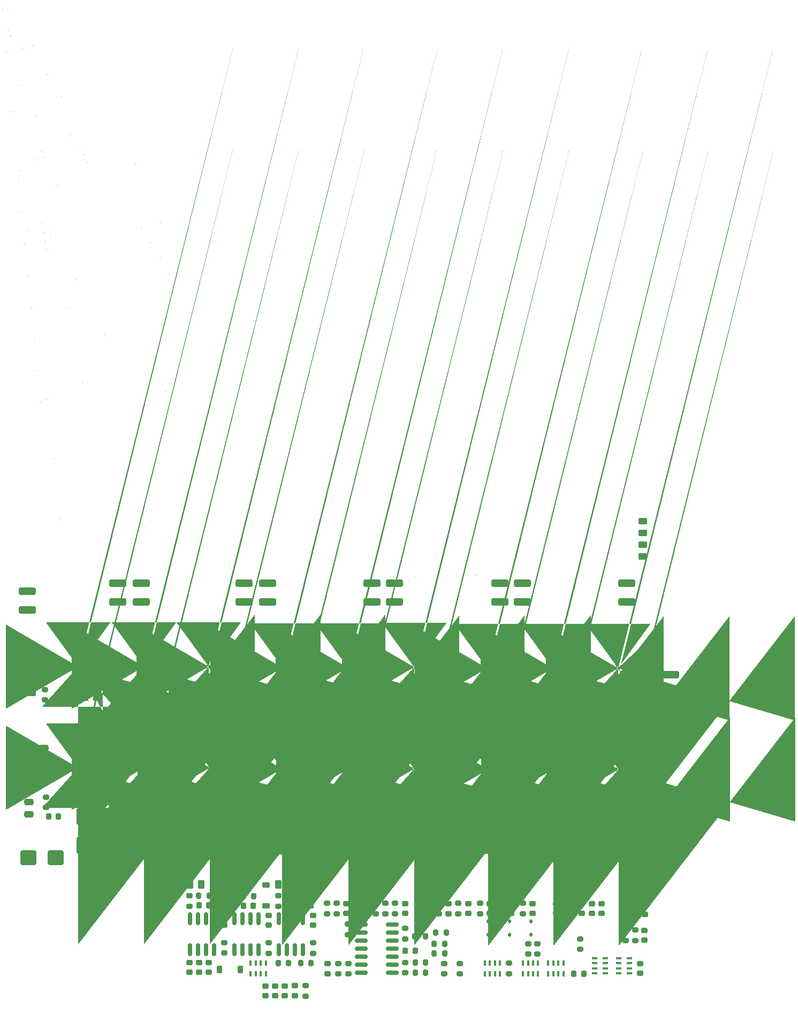
<source format=gbr>
%TF.GenerationSoftware,KiCad,Pcbnew,7.0.2-0*%
%TF.CreationDate,2023-08-29T20:24:27-04:00*%
%TF.ProjectId,MP2_DFN,4d50325f-4446-44e2-9e6b-696361645f70,rev?*%
%TF.SameCoordinates,Original*%
%TF.FileFunction,Paste,Top*%
%TF.FilePolarity,Positive*%
%FSLAX46Y46*%
G04 Gerber Fmt 4.6, Leading zero omitted, Abs format (unit mm)*
G04 Created by KiCad (PCBNEW 7.0.2-0) date 2023-08-29 20:24:27*
%MOMM*%
%LPD*%
G01*
G04 APERTURE LIST*
G04 Aperture macros list*
%AMRoundRect*
0 Rectangle with rounded corners*
0 $1 Rounding radius*
0 $2 $3 $4 $5 $6 $7 $8 $9 X,Y pos of 4 corners*
0 Add a 4 corners polygon primitive as box body*
4,1,4,$2,$3,$4,$5,$6,$7,$8,$9,$2,$3,0*
0 Add four circle primitives for the rounded corners*
1,1,$1+$1,$2,$3*
1,1,$1+$1,$4,$5*
1,1,$1+$1,$6,$7*
1,1,$1+$1,$8,$9*
0 Add four rect primitives between the rounded corners*
20,1,$1+$1,$2,$3,$4,$5,0*
20,1,$1+$1,$4,$5,$6,$7,0*
20,1,$1+$1,$6,$7,$8,$9,0*
20,1,$1+$1,$8,$9,$2,$3,0*%
%AMFreePoly0*
4,1,141,3.900040,3.725000,3.915082,3.720106,3.930902,3.720106,3.943732,3.710784,3.958812,3.705878,3.968104,3.693076,3.980902,3.683779,3.985802,3.668696,3.995118,3.655864,3.995111,3.640045,4.000000,3.625000,4.000000,2.375000,3.995106,2.359937,3.995106,2.344098,3.985796,2.331284,3.980902,2.316221,3.968088,2.306911,3.958779,2.294098,3.943715,2.289203,3.930902,2.279894,
3.915063,2.279894,3.900000,2.275000,2.850000,2.275000,2.850000,1.725000,3.900000,1.725000,3.915063,1.720106,3.930902,1.720106,3.943715,1.710796,3.958779,1.705902,3.968088,1.693088,3.980902,1.683779,3.985796,1.668715,3.995106,1.655902,3.995106,1.640062,4.000000,1.625000,4.000000,0.375000,3.995106,0.359937,3.995106,0.344098,3.985796,0.331284,3.980902,0.316221,
3.968088,0.306911,3.958779,0.294098,3.943715,0.289203,3.930902,0.279894,3.915063,0.279894,3.900000,0.275000,2.850000,0.275000,2.850000,-0.275000,3.900000,-0.275000,3.915063,-0.279894,3.930902,-0.279894,3.943715,-0.289203,3.958779,-0.294098,3.968088,-0.306911,3.980902,-0.316221,3.985796,-0.331284,3.995106,-0.344098,3.995106,-0.359937,4.000000,-0.375000,4.000000,-1.625000,
3.995106,-1.640062,3.995106,-1.655902,3.985796,-1.668715,3.980902,-1.683779,3.968088,-1.693088,3.958779,-1.705902,3.943715,-1.710796,3.930902,-1.720106,3.915063,-1.720106,3.900000,-1.725000,2.850000,-1.725000,2.850000,-2.275000,3.900000,-2.275000,3.915063,-2.279894,3.930902,-2.279894,3.943715,-2.289203,3.958779,-2.294098,3.968088,-2.306911,3.980902,-2.316221,3.985796,-2.331284,
3.995106,-2.344098,3.995106,-2.359937,4.000000,-2.375000,4.000000,-3.625000,3.995111,-3.640045,3.995118,-3.655864,3.985802,-3.668696,3.980902,-3.683779,3.968104,-3.693076,3.958812,-3.705878,3.943732,-3.710784,3.930902,-3.720106,3.915082,-3.720106,3.900040,-3.725000,2.660040,-3.725500,2.644957,-3.720606,2.629098,-3.720606,2.616300,-3.711308,2.601254,-3.706426,2.591927,-3.693600,
2.579098,-3.684279,2.574209,-3.669234,2.564906,-3.656440,2.564899,-3.640580,2.560000,-3.625500,2.560000,-3.600490,-2.750009,-3.600000,-2.765067,-3.595106,-2.780902,-3.595106,-2.793719,-3.585793,-2.808786,-3.580897,-2.818091,-3.568086,-2.830902,-3.558779,-2.835797,-3.543711,-2.845109,-3.530893,-2.845107,-3.515058,-2.850000,-3.500000,-2.850000,3.500000,-2.845107,3.515058,-2.845109,3.530893,
-2.835797,3.543711,-2.830902,3.558779,-2.818091,3.568086,-2.808786,3.580897,-2.793719,3.585793,-2.780902,3.595106,-2.765067,3.595106,-2.750009,3.600000,2.560000,3.600490,2.560000,3.625500,2.564899,3.640580,2.564906,3.656440,2.574209,3.669234,2.579098,3.684279,2.591927,3.693600,2.601254,3.706426,2.616300,3.711308,2.629098,3.720606,2.644957,3.720606,2.660040,3.725500,
3.900040,3.725000,3.900040,3.725000,$1*%
G04 Aperture macros list end*
%ADD10RoundRect,0.225000X-0.250000X0.225000X-0.250000X-0.225000X0.250000X-0.225000X0.250000X0.225000X0*%
%ADD11RoundRect,0.225000X-0.375000X0.225000X-0.375000X-0.225000X0.375000X-0.225000X0.375000X0.225000X0*%
%ADD12RoundRect,0.200000X0.275000X-0.200000X0.275000X0.200000X-0.275000X0.200000X-0.275000X-0.200000X0*%
%ADD13RoundRect,0.128750X1.546250X-1.158750X1.546250X1.158750X-1.546250X1.158750X-1.546250X-1.158750X0*%
%ADD14RoundRect,0.250000X-1.100000X0.325000X-1.100000X-0.325000X1.100000X-0.325000X1.100000X0.325000X0*%
%ADD15RoundRect,0.250000X-0.262500X-0.450000X0.262500X-0.450000X0.262500X0.450000X-0.262500X0.450000X0*%
%ADD16RoundRect,0.250000X0.450000X-0.262500X0.450000X0.262500X-0.450000X0.262500X-0.450000X-0.262500X0*%
%ADD17RoundRect,0.112500X0.112500X-0.187500X0.112500X0.187500X-0.112500X0.187500X-0.112500X-0.187500X0*%
%ADD18R,1.250000X1.280000*%
%ADD19FreePoly0,90.000000*%
%ADD20R,0.900000X0.400000*%
%ADD21RoundRect,0.225000X0.250000X-0.225000X0.250000X0.225000X-0.250000X0.225000X-0.250000X-0.225000X0*%
%ADD22RoundRect,0.200000X-0.275000X0.200000X-0.275000X-0.200000X0.275000X-0.200000X0.275000X0.200000X0*%
%ADD23RoundRect,0.200000X-0.200000X-0.275000X0.200000X-0.275000X0.200000X0.275000X-0.200000X0.275000X0*%
%ADD24RoundRect,0.250000X1.100000X-0.325000X1.100000X0.325000X-1.100000X0.325000X-1.100000X-0.325000X0*%
%ADD25RoundRect,0.250000X-0.450000X0.262500X-0.450000X-0.262500X0.450000X-0.262500X0.450000X0.262500X0*%
%ADD26RoundRect,0.225000X-0.225000X-0.250000X0.225000X-0.250000X0.225000X0.250000X-0.225000X0.250000X0*%
%ADD27RoundRect,0.200000X0.200000X0.275000X-0.200000X0.275000X-0.200000X-0.275000X0.200000X-0.275000X0*%
%ADD28R,0.400000X0.900000*%
%ADD29RoundRect,0.225000X0.225000X0.250000X-0.225000X0.250000X-0.225000X-0.250000X0.225000X-0.250000X0*%
%ADD30RoundRect,0.250000X-0.475000X0.250000X-0.475000X-0.250000X0.475000X-0.250000X0.475000X0.250000X0*%
%ADD31RoundRect,0.250000X-1.000000X-0.900000X1.000000X-0.900000X1.000000X0.900000X-1.000000X0.900000X0*%
%ADD32RoundRect,0.225000X0.225000X0.375000X-0.225000X0.375000X-0.225000X-0.375000X0.225000X-0.375000X0*%
%ADD33RoundRect,0.150000X0.825000X0.150000X-0.825000X0.150000X-0.825000X-0.150000X0.825000X-0.150000X0*%
%ADD34RoundRect,0.150000X0.150000X-0.825000X0.150000X0.825000X-0.150000X0.825000X-0.150000X-0.825000X0*%
%ADD35RoundRect,0.218750X-0.256250X0.218750X-0.256250X-0.218750X0.256250X-0.218750X0.256250X0.218750X0*%
G04 APERTURE END LIST*
D10*
%TO.C,C7*%
X101400000Y-101125000D03*
X101400000Y-102675000D03*
%TD*%
D11*
%TO.C,D2*%
X88700000Y-98150000D03*
X88700000Y-101450000D03*
%TD*%
D12*
%TO.C,R33*%
X129400000Y-102725000D03*
X129400000Y-101075000D03*
%TD*%
D10*
%TO.C,C27*%
X89125000Y-102950000D03*
X89125000Y-104500000D03*
%TD*%
D12*
%TO.C,RG11*%
X96621300Y-85531250D03*
X96621300Y-83881250D03*
%TD*%
D13*
%TO.C,SHA2*%
X80271500Y-91885800D03*
X80271500Y-87310800D03*
%TD*%
D14*
%TO.C,CD5*%
X118617000Y-71245400D03*
X118617000Y-74195400D03*
%TD*%
D12*
%TO.C,RG5*%
X64262000Y-85400550D03*
X64262000Y-83750550D03*
%TD*%
D15*
%TO.C,R7*%
X83612500Y-98050000D03*
X85437500Y-98050000D03*
%TD*%
D10*
%TO.C,C18*%
X134600000Y-101125000D03*
X134600000Y-102675000D03*
%TD*%
D16*
%TO.C,R3*%
X148367800Y-42414800D03*
X148367800Y-40589800D03*
%TD*%
D17*
%TO.C,D4*%
X123850000Y-106050000D03*
X123850000Y-103950000D03*
%TD*%
D18*
%TO.C,QA5*%
X76699000Y-68473300D03*
D19*
X79699000Y-63593300D03*
D18*
X78699000Y-68473300D03*
X80699000Y-68473300D03*
X82699000Y-68473300D03*
%TD*%
D20*
%TO.C,RN4*%
X146219000Y-112128260D03*
X146219000Y-111328260D03*
X146219000Y-110528260D03*
X146219000Y-109728260D03*
X144519000Y-109728260D03*
X144519000Y-110528260D03*
X144519000Y-111328260D03*
X144519000Y-112128260D03*
%TD*%
D21*
%TO.C,CGS16*%
X120904000Y-88392000D03*
X120904000Y-86842000D03*
%TD*%
D22*
%TO.C,R36*%
X100150000Y-110575000D03*
X100150000Y-112225000D03*
%TD*%
D18*
%TO.C,QB3*%
X98637500Y-68627200D03*
D19*
X101637500Y-63747200D03*
D18*
X100637500Y-68627200D03*
X102637500Y-68627200D03*
X104637500Y-68627200D03*
%TD*%
D12*
%TO.C,RG13*%
X118293500Y-68605400D03*
X118293500Y-66955400D03*
%TD*%
D21*
%TO.C,C23*%
X127500000Y-102675000D03*
X127500000Y-101125000D03*
%TD*%
%TO.C,CGS17*%
X129032000Y-82423000D03*
X129032000Y-80873000D03*
%TD*%
D12*
%TO.C,RG2*%
X64205000Y-68633800D03*
X64205000Y-66983800D03*
%TD*%
D18*
%TO.C,QC1*%
X120726000Y-68747800D03*
D19*
X123726000Y-63867800D03*
D18*
X122726000Y-68747800D03*
X124726000Y-68747800D03*
X126726000Y-68747800D03*
%TD*%
D10*
%TO.C,C19*%
X148650000Y-101225000D03*
X148650000Y-102775000D03*
%TD*%
D22*
%TO.C,R39*%
X119400000Y-110575000D03*
X119400000Y-112225000D03*
%TD*%
D23*
%TO.C,R20*%
X112325000Y-112050000D03*
X113975000Y-112050000D03*
%TD*%
%TO.C,R23*%
X112275000Y-106300000D03*
X113925000Y-106300000D03*
%TD*%
D24*
%TO.C,CX2*%
X65250000Y-53395200D03*
X65250000Y-50445200D03*
%TD*%
D22*
%TO.C,R37*%
X116900000Y-110575000D03*
X116900000Y-112225000D03*
%TD*%
D10*
%TO.C,CGS4*%
X85900000Y-63625000D03*
X85900000Y-65175000D03*
%TD*%
D25*
%TO.C,RS3*%
X118300000Y-79400000D03*
X118300000Y-81225000D03*
%TD*%
D12*
%TO.C,R17*%
X98400000Y-102725000D03*
X98400000Y-101075000D03*
%TD*%
D18*
%TO.C,QB1*%
X88359300Y-68635000D03*
D19*
X91359300Y-63755000D03*
D18*
X90359300Y-68635000D03*
X92359300Y-68635000D03*
X94359300Y-68635000D03*
%TD*%
D10*
%TO.C,C33*%
X120700000Y-101100000D03*
X120700000Y-102650000D03*
%TD*%
D12*
%TO.C,R35*%
X122600000Y-102725000D03*
X122600000Y-101075000D03*
%TD*%
D26*
%TO.C,CGS10*%
X54325000Y-87300000D03*
X55875000Y-87300000D03*
%TD*%
D21*
%TO.C,CGS12*%
X74600000Y-82100000D03*
X74600000Y-80550000D03*
%TD*%
D18*
%TO.C,QC4*%
X131202600Y-84736400D03*
D19*
X134202600Y-79856400D03*
D18*
X133202600Y-84736400D03*
X135202600Y-84736400D03*
X137202600Y-84736400D03*
%TD*%
D12*
%TO.C,R27*%
X99900000Y-102725000D03*
X99900000Y-101075000D03*
%TD*%
%TO.C,R32*%
X101710000Y-106025000D03*
X101710000Y-104375000D03*
%TD*%
D27*
%TO.C,R22*%
X117250000Y-105700000D03*
X115600000Y-105700000D03*
%TD*%
D23*
%TO.C,R43*%
X90655000Y-110555000D03*
X92305000Y-110555000D03*
%TD*%
D12*
%TO.C,RG8*%
X96526400Y-68619600D03*
X96526400Y-66969600D03*
%TD*%
%TO.C,R40*%
X147100000Y-106925000D03*
X147100000Y-105275000D03*
%TD*%
D18*
%TO.C,QA3*%
X66377500Y-68473300D03*
D19*
X69377500Y-63593300D03*
D18*
X68377500Y-68473300D03*
X70377500Y-68473300D03*
X72377500Y-68473300D03*
%TD*%
D25*
%TO.C,R14*%
X148291600Y-44349000D03*
X148291600Y-46174000D03*
%TD*%
D28*
%TO.C,RN2*%
X125750000Y-110500000D03*
X124950000Y-110500000D03*
X124150000Y-110500000D03*
X123350000Y-110500000D03*
X123350000Y-112200000D03*
X124150000Y-112200000D03*
X124950000Y-112200000D03*
X125750000Y-112200000D03*
%TD*%
D21*
%TO.C,CGS18*%
X139319000Y-82375000D03*
X139319000Y-80825000D03*
%TD*%
%TO.C,C6*%
X147869000Y-112153260D03*
X147869000Y-110603260D03*
%TD*%
D10*
%TO.C,CGS5*%
X96500000Y-64025000D03*
X96500000Y-65575000D03*
%TD*%
D12*
%TO.C,RG1*%
X53778200Y-68873600D03*
X53778200Y-67223600D03*
%TD*%
D22*
%TO.C,R29*%
X101800000Y-110575000D03*
X101800000Y-112225000D03*
%TD*%
D12*
%TO.C,RG12*%
X106934000Y-85468250D03*
X106934000Y-83818250D03*
%TD*%
%TO.C,R34*%
X126000000Y-102725000D03*
X126000000Y-101075000D03*
%TD*%
D13*
%TO.C,SHB1*%
X92322300Y-92047500D03*
X92322300Y-87472500D03*
%TD*%
D10*
%TO.C,CGS7*%
X118300000Y-63950000D03*
X118300000Y-65500000D03*
%TD*%
D13*
%TO.C,SHA1*%
X60459500Y-91885800D03*
X60459500Y-87310800D03*
%TD*%
D12*
%TO.C,R48*%
X82125000Y-108950000D03*
X82125000Y-107300000D03*
%TD*%
D21*
%TO.C,C10*%
X88630000Y-115695000D03*
X88630000Y-114145000D03*
%TD*%
D25*
%TO.C,RS2*%
X85670000Y-78877500D03*
X85670000Y-80702500D03*
%TD*%
D28*
%TO.C,RN3*%
X135769000Y-110478260D03*
X134969000Y-110478260D03*
X134169000Y-110478260D03*
X133369000Y-110478260D03*
X133369000Y-112178260D03*
X134169000Y-112178260D03*
X134969000Y-112178260D03*
X135769000Y-112178260D03*
%TD*%
D12*
%TO.C,R50*%
X89125000Y-108975000D03*
X89125000Y-107325000D03*
%TD*%
D18*
%TO.C,QB4*%
X98724400Y-84696500D03*
D19*
X101724400Y-79816500D03*
D18*
X100724400Y-84696500D03*
X102724400Y-84696500D03*
X104724400Y-84696500D03*
%TD*%
D13*
%TO.C,SHB3*%
X112642300Y-92047500D03*
X112642300Y-87472500D03*
%TD*%
D10*
%TO.C,CGS3*%
X74500000Y-64025000D03*
X74500000Y-65575000D03*
%TD*%
D12*
%TO.C,R16*%
X102900000Y-102725000D03*
X102900000Y-101075000D03*
%TD*%
%TO.C,R25*%
X107625000Y-102725000D03*
X107625000Y-101075000D03*
%TD*%
D17*
%TO.C,D5*%
X127250000Y-106050000D03*
X127250000Y-103950000D03*
%TD*%
D24*
%TO.C,CX3*%
X69000000Y-53395200D03*
X69000000Y-50445200D03*
%TD*%
D12*
%TO.C,R24*%
X104550000Y-102725000D03*
X104550000Y-101075000D03*
%TD*%
D15*
%TO.C,R5*%
X76687500Y-98100000D03*
X78512500Y-98100000D03*
%TD*%
D12*
%TO.C,R28*%
X131669000Y-109115760D03*
X131669000Y-107465760D03*
%TD*%
D20*
%TO.C,RN1*%
X140669000Y-109728260D03*
X140669000Y-110528260D03*
X140669000Y-111328260D03*
X140669000Y-112128260D03*
X142369000Y-112128260D03*
X142369000Y-111328260D03*
X142369000Y-110528260D03*
X142369000Y-109728260D03*
%TD*%
D12*
%TO.C,R31*%
X110750000Y-106675000D03*
X110750000Y-105025000D03*
%TD*%
D21*
%TO.C,C15*%
X140250000Y-102675000D03*
X140250000Y-101125000D03*
%TD*%
D13*
%TO.C,SHA3*%
X70365500Y-91885800D03*
X70365500Y-87310800D03*
%TD*%
%TO.C,SHC3*%
X145342000Y-92007900D03*
X145342000Y-87432900D03*
%TD*%
D12*
%TO.C,RG16*%
X118410000Y-84620000D03*
X118410000Y-82970000D03*
%TD*%
D23*
%TO.C,R19*%
X112325000Y-110450000D03*
X113975000Y-110450000D03*
%TD*%
D12*
%TO.C,R6*%
X119100000Y-102725000D03*
X119100000Y-101075000D03*
%TD*%
D14*
%TO.C,CD4*%
X114020700Y-71158000D03*
X114020700Y-74108000D03*
%TD*%
%TO.C,CD3*%
X81692800Y-70713800D03*
X81692800Y-73663800D03*
%TD*%
D21*
%TO.C,C14*%
X138700000Y-102675000D03*
X138700000Y-101125000D03*
%TD*%
D26*
%TO.C,C20*%
X110775000Y-108550000D03*
X112325000Y-108550000D03*
%TD*%
D12*
%TO.C,R52*%
X96150000Y-108975000D03*
X96150000Y-107325000D03*
%TD*%
D10*
%TO.C,CGS8*%
X128900000Y-64150000D03*
X128900000Y-65700000D03*
%TD*%
D29*
%TO.C,C17*%
X138975000Y-112200000D03*
X137425000Y-112200000D03*
%TD*%
D10*
%TO.C,C26*%
X82119000Y-102950000D03*
X82119000Y-104500000D03*
%TD*%
%TO.C,C29*%
X117600000Y-101150000D03*
X117600000Y-102700000D03*
%TD*%
D13*
%TO.C,SHB2*%
X102450000Y-92047500D03*
X102450000Y-87472500D03*
%TD*%
D21*
%TO.C,C24*%
X124100000Y-102675000D03*
X124100000Y-101125000D03*
%TD*%
D12*
%TO.C,R15*%
X145650000Y-102825000D03*
X145650000Y-101175000D03*
%TD*%
D24*
%TO.C,CX5*%
X89000000Y-53395200D03*
X89000000Y-50445200D03*
%TD*%
D30*
%TO.C,CS1*%
X53620000Y-76460000D03*
X53620000Y-78360000D03*
%TD*%
D22*
%TO.C,R30*%
X110750000Y-110425000D03*
X110750000Y-112075000D03*
%TD*%
D31*
%TO.C,D7*%
X51150000Y-93800000D03*
X55450000Y-93800000D03*
%TD*%
D10*
%TO.C,CGS15*%
X106900000Y-80650000D03*
X106900000Y-82200000D03*
%TD*%
D21*
%TO.C,C25*%
X98500000Y-112175000D03*
X98500000Y-110625000D03*
%TD*%
D24*
%TO.C,CX8*%
X125750000Y-53395200D03*
X125750000Y-50445200D03*
%TD*%
D22*
%TO.C,R9*%
X130169000Y-107465760D03*
X130169000Y-109115760D03*
%TD*%
D26*
%TO.C,C3*%
X92200000Y-101450000D03*
X93750000Y-101450000D03*
%TD*%
D11*
%TO.C,D1*%
X81600000Y-98150000D03*
X81600000Y-101450000D03*
%TD*%
D10*
%TO.C,CGS14*%
X96600000Y-80900000D03*
X96600000Y-82450000D03*
%TD*%
D23*
%TO.C,R45*%
X85125000Y-99900000D03*
X86775000Y-99900000D03*
%TD*%
D18*
%TO.C,QC3*%
X131114600Y-68747800D03*
D19*
X134114600Y-63867800D03*
D18*
X133114600Y-68747800D03*
X135114600Y-68747800D03*
X137114600Y-68747800D03*
%TD*%
D12*
%TO.C,R38*%
X147150000Y-102825000D03*
X147150000Y-101175000D03*
%TD*%
D21*
%TO.C,CGS11*%
X64262000Y-82300000D03*
X64262000Y-80750000D03*
%TD*%
D23*
%TO.C,R21*%
X115325000Y-107500000D03*
X116975000Y-107500000D03*
%TD*%
D24*
%TO.C,CX20*%
X145750000Y-53395200D03*
X145750000Y-50445200D03*
%TD*%
D17*
%TO.C,D6*%
X130650000Y-106050000D03*
X130650000Y-103950000D03*
%TD*%
D21*
%TO.C,C8*%
X90155000Y-115695000D03*
X90155000Y-114145000D03*
%TD*%
D12*
%TO.C,RG18*%
X139319000Y-85555650D03*
X139319000Y-83905650D03*
%TD*%
D10*
%TO.C,CGS6*%
X106900000Y-63950000D03*
X106900000Y-65500000D03*
%TD*%
D12*
%TO.C,RG4*%
X53956000Y-85878400D03*
X53956000Y-84228400D03*
%TD*%
%TO.C,RG3*%
X74506500Y-68630450D03*
X74506500Y-66980450D03*
%TD*%
D10*
%TO.C,C30*%
X114400000Y-101150000D03*
X114400000Y-102700000D03*
%TD*%
D26*
%TO.C,C1*%
X78125000Y-101400000D03*
X79675000Y-101400000D03*
%TD*%
D21*
%TO.C,C12*%
X79700000Y-111950000D03*
X79700000Y-110400000D03*
%TD*%
D12*
%TO.C,RG17*%
X129031000Y-85618650D03*
X129031000Y-83968650D03*
%TD*%
D22*
%TO.C,R49*%
X83675000Y-99825000D03*
X83675000Y-101475000D03*
%TD*%
D26*
%TO.C,C2*%
X85175000Y-101425000D03*
X86725000Y-101425000D03*
%TD*%
D12*
%TO.C,RG6*%
X74506500Y-85337550D03*
X74506500Y-83687550D03*
%TD*%
%TO.C,RG9*%
X106940400Y-68594200D03*
X106940400Y-66944200D03*
%TD*%
%TO.C,R26*%
X109150000Y-102700000D03*
X109150000Y-101050000D03*
%TD*%
D23*
%TO.C,R42*%
X94225000Y-110545000D03*
X95875000Y-110545000D03*
%TD*%
D12*
%TO.C,R67*%
X95000000Y-115725000D03*
X95000000Y-114075000D03*
%TD*%
D10*
%TO.C,CGS2*%
X64200000Y-64050000D03*
X64200000Y-65600000D03*
%TD*%
D21*
%TO.C,C22*%
X130900000Y-102675000D03*
X130900000Y-101125000D03*
%TD*%
D12*
%TO.C,TH1*%
X96650000Y-78750000D03*
X96650000Y-77100000D03*
%TD*%
D30*
%TO.C,C5*%
X51200000Y-85050000D03*
X51200000Y-86950000D03*
%TD*%
%TO.C,CS2*%
X85670000Y-75380000D03*
X85670000Y-77280000D03*
%TD*%
D11*
%TO.C,D3*%
X95650000Y-98175000D03*
X95650000Y-101475000D03*
%TD*%
D18*
%TO.C,QC5*%
X141427000Y-68747800D03*
D19*
X144427000Y-63867800D03*
D18*
X143427000Y-68747800D03*
X145427000Y-68747800D03*
X147427000Y-68747800D03*
%TD*%
D12*
%TO.C,R11*%
X112850000Y-102675000D03*
X112850000Y-101025000D03*
%TD*%
D18*
%TO.C,QA2*%
X56003500Y-84475300D03*
D19*
X59003500Y-79595300D03*
D18*
X58003500Y-84475300D03*
X60003500Y-84475300D03*
X62003500Y-84475300D03*
%TD*%
D23*
%TO.C,R44*%
X78075000Y-99850000D03*
X79725000Y-99850000D03*
%TD*%
D21*
%TO.C,C13*%
X78175000Y-111950000D03*
X78175000Y-110400000D03*
%TD*%
D12*
%TO.C,RG15*%
X139191000Y-68848550D03*
X139191000Y-67198550D03*
%TD*%
D23*
%TO.C,R18*%
X115325000Y-109000000D03*
X116975000Y-109000000D03*
%TD*%
D22*
%TO.C,R41*%
X106100000Y-101075000D03*
X106100000Y-102725000D03*
%TD*%
D12*
%TO.C,R4*%
X145600000Y-106925000D03*
X145600000Y-105275000D03*
%TD*%
D10*
%TO.C,C28*%
X96150000Y-102950000D03*
X96150000Y-104500000D03*
%TD*%
D21*
%TO.C,C11*%
X76650000Y-111950000D03*
X76650000Y-110400000D03*
%TD*%
%TO.C,C16*%
X141800000Y-102675000D03*
X141800000Y-101125000D03*
%TD*%
D18*
%TO.C,QA1*%
X56003500Y-68473300D03*
D19*
X59003500Y-63593300D03*
D18*
X58003500Y-68473300D03*
X60003500Y-68473300D03*
X62003500Y-68473300D03*
%TD*%
D25*
%TO.C,RS1*%
X53638500Y-79946200D03*
X53638500Y-81771200D03*
%TD*%
D22*
%TO.C,RG10*%
X85900000Y-82975000D03*
X85900000Y-84625000D03*
%TD*%
D12*
%TO.C,RG7*%
X85858400Y-68187800D03*
X85858400Y-66537800D03*
%TD*%
D18*
%TO.C,QA4*%
X66377500Y-84475300D03*
D19*
X69377500Y-79595300D03*
D18*
X68377500Y-84475300D03*
X70377500Y-84475300D03*
X72377500Y-84475300D03*
%TD*%
D22*
%TO.C,R47*%
X76650000Y-99850000D03*
X76650000Y-101500000D03*
%TD*%
D10*
%TO.C,CGS9*%
X139200000Y-64200000D03*
X139200000Y-65750000D03*
%TD*%
D28*
%TO.C,RN7*%
X86300000Y-112200000D03*
X87100000Y-112200000D03*
X87900000Y-112200000D03*
X88700000Y-112200000D03*
X88700000Y-110500000D03*
X87900000Y-110500000D03*
X87100000Y-110500000D03*
X86300000Y-110500000D03*
%TD*%
D24*
%TO.C,CX6*%
X105500000Y-53395200D03*
X105500000Y-50445200D03*
%TD*%
D18*
%TO.C,QB5*%
X109175600Y-68611400D03*
D19*
X112175600Y-63731400D03*
D18*
X111175600Y-68611400D03*
X113175600Y-68611400D03*
X115175600Y-68611400D03*
%TD*%
D24*
%TO.C,CX4*%
X85250000Y-53395200D03*
X85250000Y-50445200D03*
%TD*%
D13*
%TO.C,SHC2*%
X134844000Y-92007900D03*
X134844000Y-87432900D03*
%TD*%
D23*
%TO.C,R46*%
X92150000Y-99925000D03*
X93800000Y-99925000D03*
%TD*%
D32*
%TO.C,D11*%
X84675000Y-111575000D03*
X81375000Y-111575000D03*
%TD*%
D22*
%TO.C,R12*%
X138419000Y-106703260D03*
X138419000Y-108353260D03*
%TD*%
D33*
%TO.C,U4*%
X108725000Y-112070000D03*
X108725000Y-110800000D03*
X108725000Y-109530000D03*
X108725000Y-108260000D03*
X108725000Y-106990000D03*
X108725000Y-105720000D03*
X108725000Y-104450000D03*
X103775000Y-104450000D03*
X103775000Y-105720000D03*
X103775000Y-106990000D03*
X103775000Y-108260000D03*
X103775000Y-109530000D03*
X103775000Y-110800000D03*
X103775000Y-112070000D03*
%TD*%
D30*
%TO.C,CS3*%
X118330000Y-75920000D03*
X118330000Y-77820000D03*
%TD*%
D34*
%TO.C,U1*%
X76714000Y-108400000D03*
X77984000Y-108400000D03*
X79254000Y-108400000D03*
X80524000Y-108400000D03*
X80524000Y-103450000D03*
X79254000Y-103450000D03*
X77984000Y-103450000D03*
X76714000Y-103450000D03*
%TD*%
D18*
%TO.C,QB6*%
X109133700Y-84637000D03*
D19*
X112133700Y-79757000D03*
D18*
X111133700Y-84637000D03*
X113133700Y-84637000D03*
X115133700Y-84637000D03*
%TD*%
D10*
%TO.C,C4*%
X148600000Y-105325000D03*
X148600000Y-106875000D03*
%TD*%
D34*
%TO.C,U2*%
X83720000Y-108400000D03*
X84990000Y-108400000D03*
X86260000Y-108400000D03*
X87530000Y-108400000D03*
X87530000Y-103450000D03*
X86260000Y-103450000D03*
X84990000Y-103450000D03*
X83720000Y-103450000D03*
%TD*%
D35*
%TO.C,D9*%
X93300000Y-114100000D03*
X93300000Y-115675000D03*
%TD*%
D18*
%TO.C,QA6*%
X76831500Y-84475300D03*
D19*
X79831500Y-79595300D03*
D18*
X78831500Y-84475300D03*
X80831500Y-84475300D03*
X82831500Y-84475300D03*
%TD*%
D21*
%TO.C,C9*%
X91680000Y-115695000D03*
X91680000Y-114145000D03*
%TD*%
D12*
%TO.C,RG14*%
X128889500Y-68851900D03*
X128889500Y-67201900D03*
%TD*%
D18*
%TO.C,QB2*%
X88296800Y-84637000D03*
D19*
X91296800Y-79757000D03*
D18*
X90296800Y-84637000D03*
X92296800Y-84637000D03*
X94296800Y-84637000D03*
%TD*%
D28*
%TO.C,RN5*%
X129369000Y-112190760D03*
X130169000Y-112190760D03*
X130969000Y-112190760D03*
X131769000Y-112190760D03*
X131769000Y-110490760D03*
X130969000Y-110490760D03*
X130169000Y-110490760D03*
X129369000Y-110490760D03*
%TD*%
D18*
%TO.C,QC2*%
X120825800Y-84736400D03*
D19*
X123825800Y-79856400D03*
D18*
X122825800Y-84736400D03*
X124825800Y-84736400D03*
X126825800Y-84736400D03*
%TD*%
D24*
%TO.C,CX1*%
X51000000Y-54600000D03*
X51000000Y-51650000D03*
%TD*%
D22*
%TO.C,R51*%
X90700000Y-99875000D03*
X90700000Y-101525000D03*
%TD*%
D10*
%TO.C,C32*%
X110700000Y-101125000D03*
X110700000Y-102675000D03*
%TD*%
D21*
%TO.C,CGS1*%
X53594000Y-65304000D03*
X53594000Y-63754000D03*
%TD*%
D10*
%TO.C,C21*%
X137150000Y-101125000D03*
X137150000Y-102675000D03*
%TD*%
D25*
%TO.C,R1*%
X51600000Y-65975000D03*
X51600000Y-67800000D03*
%TD*%
D13*
%TO.C,SHC1*%
X125022000Y-92007900D03*
X125022000Y-87432900D03*
%TD*%
D24*
%TO.C,CX9*%
X129250000Y-53395200D03*
X129250000Y-50445200D03*
%TD*%
D14*
%TO.C,CD2*%
X85655200Y-70766400D03*
X85655200Y-73716400D03*
%TD*%
D18*
%TO.C,QC6*%
X141508000Y-84736400D03*
D19*
X144508000Y-79856400D03*
D18*
X143508000Y-84736400D03*
X145508000Y-84736400D03*
X147508000Y-84736400D03*
%TD*%
D24*
%TO.C,CX7*%
X109000000Y-53395200D03*
X109000000Y-50445200D03*
%TD*%
D34*
%TO.C,U3*%
X90745000Y-108425000D03*
X92015000Y-108425000D03*
X93285000Y-108425000D03*
X94555000Y-108425000D03*
X94555000Y-103475000D03*
X93285000Y-103475000D03*
X92015000Y-103475000D03*
X90745000Y-103475000D03*
%TD*%
D10*
%TO.C,CGS13*%
X89408000Y-86614000D03*
X89408000Y-88164000D03*
%TD*%
D14*
%TO.C,CD6*%
X152729300Y-64884900D03*
X152729300Y-67834900D03*
%TD*%
D22*
%TO.C,R13*%
X127200000Y-110525000D03*
X127200000Y-112175000D03*
%TD*%
D15*
%TO.C,R10*%
X90700000Y-98075000D03*
X92525000Y-98075000D03*
%TD*%
D16*
%TO.C,R2*%
X51628200Y-64087500D03*
X51628200Y-62262500D03*
%TD*%
D12*
%TO.C,R8*%
X116100000Y-102725000D03*
X116100000Y-101075000D03*
%TD*%
M02*

</source>
